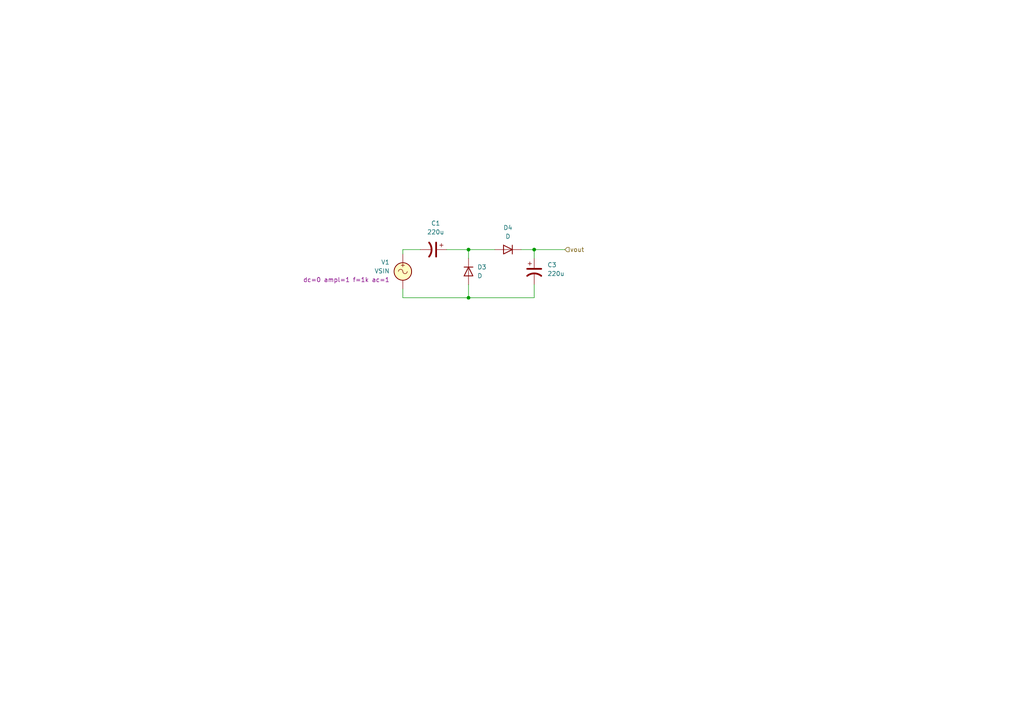
<source format=kicad_sch>
(kicad_sch (version 20230121) (generator eeschema)
  (paper "A4")
  (lib_symbols
    (symbol "Device:C_Polarized_US" (pin_numbers hide) (pin_names (offset 0.254) hide)
      (property "Reference" "C" (at 0.635 2.54 0))
      (property "Value" "C_Polarized_US" (at 0.635 -2.54 0))
      (symbol "C_Polarized_US_0_1"
        (polyline (pts (xy -2.032 0.762) (xy 2.032 0.762)) (stroke (width 0.508)))
        (polyline (pts (xy -1.778 2.286) (xy -0.762 2.286)))
        (polyline (pts (xy -1.27 1.778) (xy -1.27 2.794)))
        (arc (start 2.032 -1.27) (mid 0 -0.5572) (end -2.032 -1.27) (stroke (width 0.508)))
      )
      (symbol "C_Polarized_US_1_1"
        (pin passive line (at 0 3.81 270) (length 2.794) (name "~") (number "1"))
        (pin passive line (at 0 -3.81 90) (length 3.302) (name "~") (number "2"))
      )
    )
    (symbol "Device:D" (pin_numbers hide) (pin_names (offset 1.016) hide)
      (property "Reference" "D" (at 0 2.54 0))
      (property "Value" "D" (at 0 -2.54 0))
      (symbol "D_0_1"
        (polyline (pts (xy -1.27 1.27) (xy -1.27 -1.27)) (stroke (width 0.254)))
        (polyline (pts (xy 1.27 0) (xy -1.27 0)))
        (polyline (pts (xy 1.27 1.27) (xy 1.27 -1.27) (xy -1.27 0) (xy 1.27 1.27)) (stroke (width 0.254)))
      )
      (symbol "D_1_1"
        (pin passive line (at -3.81 0 0) (length 2.54) (name "K") (number "1"))
        (pin passive line (at 3.81 0 180) (length 2.54) (name "A") (number "2"))
      )
    )
    (symbol "Simulation_SPICE:VSIN" (pin_numbers hide) (pin_names (offset 0.0254))
      (property "Reference" "V" (at 2.54 2.54 0))
      (property "Value" "VSIN" (at 2.54 0 0))
      (property "Sim.Params" "dc=0 ampl=1 f=1k ac=1" (at 2.54 -2.54 0))
      (symbol "VSIN_0_0"
        (arc (start 0 0) (mid -0.635 0.6323) (end -1.27 0))
        (arc (start 0 0) (mid 0.635 -0.6323) (end 1.27 0))
        (text "+" (at 0 1.905 0) (effects (font (size 1.27 1.27))))
      )
      (symbol "VSIN_0_1"
        (circle (center 0 0) (radius 2.54) (stroke (width 0.254)) (fill (type background)))
      )
      (symbol "VSIN_1_1"
        (pin passive line (at 0 5.08 270) (length 2.54) (name "~") (number "1"))
        (pin passive line (at 0 -5.08 90) (length 2.54) (name "~") (number "2"))
      )
    )
  )
  (junction (at 135.89 72.39))
  (junction (at 135.89 86.36))
  (junction (at 154.94 72.39))
  (wire (pts (xy 129.54 72.39) (xy 135.89 72.39)))
  (wire (pts (xy 135.89 82.55) (xy 135.89 86.36)))
  (wire (pts (xy 116.84 86.36) (xy 116.84 83.82)))
  (wire (pts (xy 116.84 72.39) (xy 121.92 72.39)))
  (wire (pts (xy 116.84 73.66) (xy 116.84 72.39)))
  (wire (pts (xy 135.89 72.39) (xy 143.51 72.39)))
  (wire (pts (xy 154.94 82.55) (xy 154.94 86.36)))
  (wire (pts (xy 151.13 72.39) (xy 154.94 72.39)))
  (wire (pts (xy 135.89 72.39) (xy 135.89 74.93)))
  (wire (pts (xy 154.94 72.39) (xy 163.83 72.39)))
  (wire (pts (xy 135.89 86.36) (xy 116.84 86.36)))
  (wire (pts (xy 154.94 86.36) (xy 135.89 86.36)))
  (wire (pts (xy 154.94 72.39) (xy 154.94 74.93)))
  (hierarchical_label "vout" (shape input) (at 163.83 72.39 0))
  (symbol (lib_id "Device:D") (at 135.89 78.74 90) (mirror x) (unit 1)
    (property "Reference" "D3" (at 138.43 77.47 90) (effects (justify right)))
    (property "Value" "D" (at 138.43 80.01 90) (effects (justify right)))
    (property "Sim.Device" "D" (effects hide))
    (property "Sim.Pins" "1=K 2=A" (effects hide))
  )
  (symbol (lib_id "Device:C_Polarized_US") (at 154.94 78.74 0) (unit 1)
    (property "Reference" "C3" (at 158.75 76.835 0) (effects (justify left)))
    (property "Value" "220u" (at 158.75 79.375 0) (effects (justify left)))
  )
  (symbol (lib_id "Device:D") (at 147.32 72.39 0) (mirror y) (unit 1)
    (property "Reference" "D4" (at 147.32 66.04 0))
    (property "Value" "D" (at 147.32 68.58 0))
    (property "Sim.Device" "D" (effects hide))
    (property "Sim.Pins" "1=K 2=A" (effects hide))
  )
  (symbol (lib_id "Device:C_Polarized_US") (at 125.73 72.39 270) (unit 1)
    (property "Reference" "C1" (at 126.365 64.77 90))
    (property "Value" "220u" (at 126.365 67.31 90))
  )
  (symbol (lib_id "Simulation_SPICE:VSIN") (at 116.84 78.74 0) (unit 1)
    (property "Reference" "V1" (at 113.03 76.0702 0) (effects (justify right)))
    (property "Value" "VSIN" (at 113.03 78.6102 0) (effects (justify right)))
    (property "Sim.Pins" "1=+ 2=-" (effects hide))
    (property "Sim.Params" "dc=0 ampl=1 f=1k ac=1" (at 113.03 81.1502 0) (effects (justify right)))
    (property "Sim.Type" "SIN" (effects hide))
    (property "Sim.Device" "V" (effects hide))
  )
)
</source>
